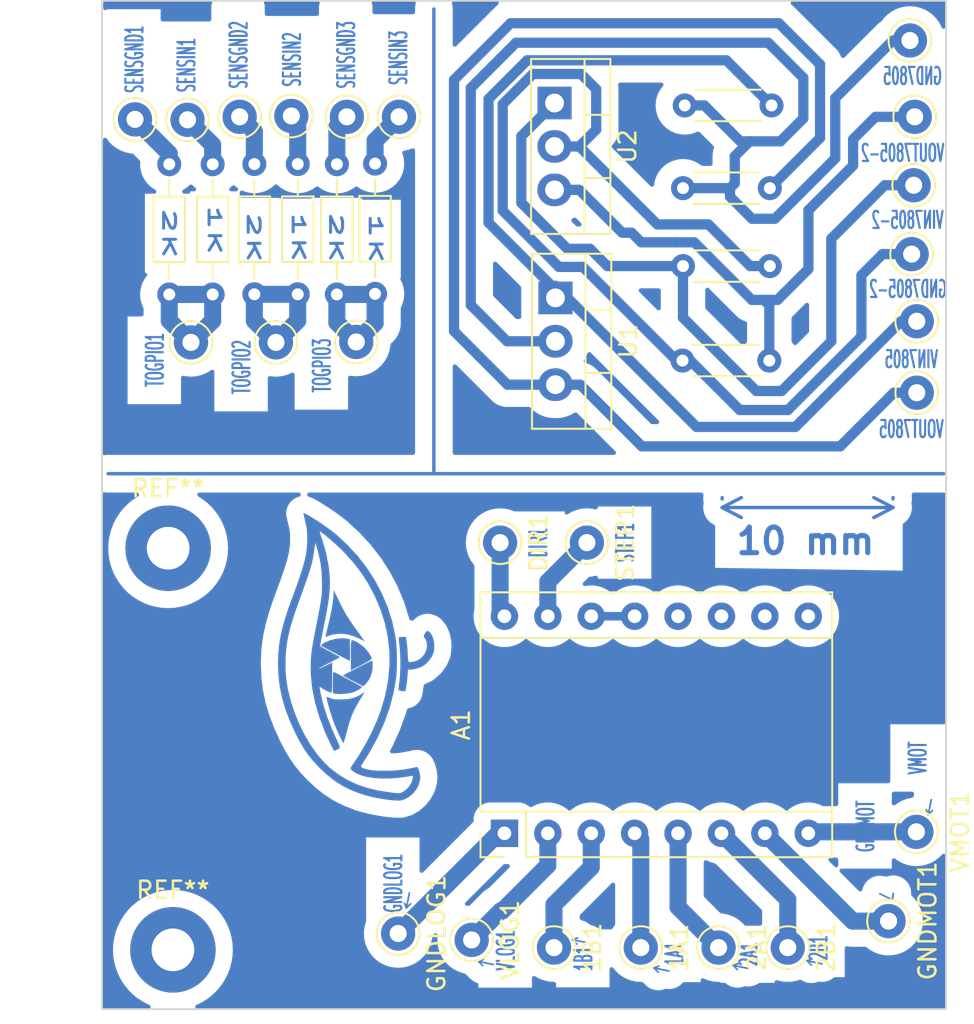
<source format=kicad_pcb>
(kicad_pcb (version 20221018) (generator pcbnew)
  (layers (0 "F.Cu" signal) (31 "B.Cu" signal) (34 "B.Paste" user) (35 "F.Paste" user) (36 "B.SilkS" user "B.Silkscreen") (37 "F.SilkS" user "F.Silkscreen") (38 "B.Mask" user) (39 "F.Mask" user) (44 "Edge.Cuts" user))
  (net 0 "")
  (net 1 "Net-(1A1-Pin_1)")
  (net 2 "Net-(1B1-Pin_1)")
  (net 3 "Net-(2A1-Pin_1)")
  (net 4 "Net-(2B1-Pin_1)")
  (net 5 "GNDLOG")
  (net 6 "VLOG")
  (net 7 "GNDMOT")
  (net 8 "VMOT")
  (net 13 "Net-(A1-~{RESET})")
  (net 14 "STEP")
  (net 15 "DIR")
  (net 16 "Net-(TOGPIO3-Pin_1)")
  (net 17 "Net-(SENSIN3-Pin_1)")
  (net 18 "Net-(SENSGND3-Pin_1)")
  (net 19 "Net-(TOGPIO1-Pin_1)")
  (net 20 "Net-(SENSIN1-Pin_1)")
  (net 21 "Net-(SENSGND1-Pin_1)")
  (net 22 "Net-(TOGPIO2-Pin_1)")
  (net 23 "Net-(SENSIN2-Pin_1)")
  (net 24 "Net-(SENSGND2-Pin_1)")
  (net 25 "Net-(U1-VI)")
  (net 26 "Net-(GND7805-Pin_1)")
  (net 27 "Net-(U1-VO)")
  (net 28 "Net-(U2-VI)")
  (net 29 "Net-(U2-VO)")
  (net 30 "Net-(GND7805-2-Pin_1)")
  (footprint "Resistor_THT:R_Axial_DIN0204_L3.6mm_D1.6mm_P7.62mm_Horizontal" (layer "F.Cu") (at 243.155 35.51 90)
    (fp_text reference "R5" hide)
    (fp_text value "R" hide)
  )
  (footprint "Connector_Pin:Pin_D1.0mm_L10.0mm" (layer "F.Cu") (at 241.88 38.325 -90)
    (fp_text reference "TOGPIO2")
    (fp_text value "Screw_Terminal_01x01" hide)
  )
  (footprint "Connector_Pin:Pin_D1.0mm_L10.0mm" (layer "F.Cu") (at 279.38 41.27 90)
    (fp_text reference "VOUT7805")
    (fp_text value "Screw_Terminal_01x01" hide)
  )
  (footprint "Connector_Pin:Pin_D1.0mm_L10.0mm" (layer "F.Cu") (at 258.15 73.74 90)
    (fp_text reference "1B1")
    (fp_text value "Screw_Terminal_01x01" hide)
  )
  (footprint "Connector_Pin:Pin_D1.0mm_L10.0mm" (layer "F.Cu") (at 279.26 25.125 90)
    (fp_text reference "VOUT7805-2")
    (fp_text value "Screw_Terminal_01x01" hide)
  )
  (footprint "Connector_Pin:Pin_D1.0mm_L10.0mm" (layer "F.Cu") (at 279.08 33.16 90)
    (fp_text reference "GND7805-2")
    (fp_text value "Screw_Terminal_01x01" hide)
  )
  (footprint "Resistor_THT:R_Axial_DIN0204_L3.6mm_D1.6mm_P7.62mm_Horizontal" (layer "F.Cu") (at 238.175 35.52 90)
    (fp_text reference "R3" hide)
    (fp_text value "R" hide)
  )
  (footprint "Resistor_THT:R_Axial_DIN0204_L3.6mm_D1.6mm_P7.62mm_Horizontal" (layer "F.Cu") (at 240.615 27.89 -90)
    (fp_text reference "R6" hide)
    (fp_text value "R" hide)
  )
  (footprint "MountingHole:MountingHole_2.5mm_Pad" (layer "F.Cu") (at 235.57 50.37)
    (fp_text reference "REF**")
    (fp_text value "MountingHole_2.5mm_Pad")
  )
  (footprint "Connector_Pin:Pin_D1.0mm_L10.0mm" (layer "F.Cu") (at 236.905 38.325 -90)
    (fp_text reference "TOGPIO1")
    (fp_text value "Screw_Terminal_01x01" hide)
  )
  (footprint "Connector_Pin:Pin_D1.0mm_L10.0mm" (layer "F.Cu") (at 263.23 73.74 90)
    (fp_text reference "1A1")
    (fp_text value "Screw_Terminal_01x01" hide)
  )
  (footprint "Connector_Pin:Pin_D1.0mm_L10.0mm" (layer "F.Cu") (at 267.78 73.74 90)
    (fp_text reference "2A1")
    (fp_text value "Screw_Terminal_01x01" hide)
  )
  (footprint "Resistor_THT:R_Axial_DIN0204_L3.6mm_D1.6mm_P5.08mm_Horizontal" (layer "F.Cu") (at 270.75 39.39 180)
    (fp_text reference "C4" hide)
    (fp_text value "C" hide)
  )
  (footprint "Connector_Pin:Pin_D1.0mm_L10.0mm" (layer "F.Cu") (at 253.33 73.29 90)
    (fp_text reference "VLOG1")
    (fp_text value "Screw_Terminal_01x01" hide)
  )
  (footprint "Resistor_THT:R_Axial_DIN0204_L3.6mm_D1.6mm_P5.08mm_Horizontal" (layer "F.Cu") (at 270.78 29.3 180)
    (fp_text reference "C2" hide)
    (fp_text value "C" hide)
  )
  (footprint "Connector_Pin:Pin_D1.0mm_L10.0mm" (layer "F.Cu") (at 260.076 50.042 90)
    (fp_text reference "STEP1")
    (fp_text value "Screw_Terminal_01x01" hide)
  )
  (footprint "Connector_Pin:Pin_D1.0mm_L10.0mm" (layer "F.Cu") (at 271.83 73.74 90)
    (fp_text reference "2B1")
    (fp_text value "Screw_Terminal_01x01" hide)
  )
  (footprint "Connector_Pin:Pin_D1.0mm_L10.0mm" (layer "F.Cu") (at 246.58 38.3 -90)
    (fp_text reference "TOGPIO3")
    (fp_text value "Screw_Terminal_01x01" hide)
  )
  (footprint "Connector_Pin:Pin_D1.0mm_L10.0mm" (layer "F.Cu") (at 277.73 72.19 180)
    (fp_text reference "GNDMOT1")
    (fp_text value "Screw_Terminal_01x01" hide)
  )
  (footprint "Resistor_THT:R_Axial_DIN0204_L3.6mm_D1.6mm_P7.62mm_Horizontal" (layer "F.Cu") (at 235.635 27.9 -90)
    (fp_text reference "R4" hide)
    (fp_text value "R" hide)
  )
  (footprint "MountingHole:MountingHole_2.5mm_Pad" (layer "F.Cu") (at 235.85 73.87)
    (fp_text reference "REF**")
    (fp_text value "MountingHole_2.5mm_Pad")
  )
  (footprint "Resistor_THT:R_Axial_DIN0204_L3.6mm_D1.6mm_P5.08mm_Horizontal" (layer "F.Cu") (at 265.7 33.86)
    (fp_text reference "C3" hide)
    (fp_text value "C" hide)
  )
  (footprint "Connector_Pin:Pin_D1.0mm_L10.0mm" (layer "F.Cu") (at 246.03 25.125 -90)
    (fp_text reference "SENSGND3")
    (fp_text value "Screw_Terminal_01x01" hide)
  )
  (footprint "Connector_Pin:Pin_D1.0mm_L10.0mm" (layer "F.Cu") (at 233.63 25.275 -90)
    (fp_text reference "SENSGND1")
    (fp_text value "Screw_Terminal_01x01" hide)
  )
  (footprint "Resistor_THT:R_Axial_DIN0204_L3.6mm_D1.6mm_P7.62mm_Horizontal" (layer "F.Cu") (at 245.445 27.9 -90)
    (fp_text reference "R2" hide)
    (fp_text value "R" hide)
  )
  (footprint "Connector_Pin:Pin_D1.0mm_L10.0mm" (layer "F.Cu") (at 279.2 29.13 90)
    (fp_text reference "VIN7805-2")
    (fp_text value "Screw_Terminal_01x01" hide)
  )
  (footprint "Connector_Pin:Pin_D1.0mm_L10.0mm" (layer "F.Cu") (at 239.755 25.125 -90)
    (fp_text reference "SENSGND2")
    (fp_text value "Screw_Terminal_01x01" hide)
  )
  (footprint "Connector_Pin:Pin_D1.0mm_L10.0mm" (layer "F.Cu") (at 249.08 25.125 -90)
    (fp_text reference "SENSIN3")
    (fp_text value "Screw_Terminal_01x01" hide)
  )
  (footprint "Package_TO_SOT_THT:TO-220-3_Vertical" (layer "F.Cu") (at 258.18 24.32 -90)
    (fp_text reference "U2")
    (fp_text value "LM7805_TO220")
  )
  (footprint "Connector_Pin:Pin_D1.0mm_L10.0mm" (layer "F.Cu") (at 236.705 25.3 -90)
    (fp_text reference "SENSIN1")
    (fp_text value "Screw_Terminal_01x01" hide)
  )
  (footprint "Connector_Pin:Pin_D1.0mm_L10.0mm" (layer "F.Cu") (at 279.355 66.965 180)
    (fp_text reference "VMOT1")
    (fp_text value "Screw_Terminal_01x01" hide)
  )
  (footprint "Resistor_THT:R_Axial_DIN0204_L3.6mm_D1.6mm_P5.08mm_Horizontal" (layer "F.Cu") (at 270.88 24.46 180)
    (fp_text reference "C1" hide)
    (fp_text value "C" hide)
  )
  (footprint "Connector_Pin:Pin_D1.0mm_L10.0mm" (layer "F.Cu") (at 249.03 72.915 90)
    (fp_text reference "GNDLOG1")
    (fp_text value "Screw_Terminal_01x01" hide)
  )
  (footprint "Connector_Pin:Pin_D1.0mm_L10.0mm" (layer "F.Cu") (at 279.38 37.09 90)
    (fp_text reference "VIN7805")
    (fp_text value "Screw_Terminal_01x01" hide)
  )
  (footprint "HORUSKICADhuellas:HORUSLOGO17POR9NOINV" (layer "F.Cu") (at 246.56 56.8 90)
    (fp_text reference "G***" hide)
    (fp_text value "LOGO" hide)
  )
  (footprint "Resistor_THT:R_Axial_DIN0204_L3.6mm_D1.6mm_P7.62mm_Horizontal" (layer "F.Cu") (at 247.68 35.485 90)
    (fp_text reference "R1" hide)
    (fp_text value "R" hide)
  )
  (footprint "Connector_Pin:Pin_D1.0mm_L10.0mm" (layer "F.Cu") (at 278.98 20.66 90)
    (fp_text reference "GND7805")
    (fp_text value "Screw_Terminal_01x01" hide)
  )
  (footprint "Connector_Pin:Pin_D1.0mm_L10.0mm" (layer "F.Cu") (at 254.996 50.042 90)
    (fp_text reference "DIR1")
    (fp_text value "Screw_Terminal_01x01" hide)
  )
  (footprint "Package_TO_SOT_THT:TO-220-3_Vertical" (layer "F.Cu") (at 258.235 35.72 -90)
    (fp_text reference "U1")
    (fp_text value "LM7805_TO220")
  )
  (footprint "Connector_Pin:Pin_D1.0mm_L10.0mm" (layer "F.Cu") (at 242.78 25.075 -90)
    (fp_text reference "SENSIN2")
    (fp_text value "Screw_Terminal_01x01" hide)
  )
  (footprint "Module:Pololu_Breakout-16_15.2x20.3mm" (layer "F.Cu") (at 255.25 67.05 90)
    (fp_text reference "A1")
    (fp_text value "Pololu_Breakout_A4988")
  )
  (gr_line (start 269.52 74.96) (end 268.64 74.78) (stroke (width 0.1)) (layer "B.Cu"))
  (gr_line (start 273.84 74.69) (end 272.96 74.51) (stroke (width 0.1)) (layer "B.Cu"))
  (gr_line (start 253.73 74.55) (end 253.98 74.8) (stroke (width 0.1)) (layer "B.Cu"))
  (gr_line (start 264 74.93) (end 264.29 74.82) (stroke (width 0.1)) (layer "B.Cu"))
  (gr_line (start 280.23 65.08) (end 280.05 65.96) (stroke (width 0.1)) (layer "B.Cu"))
  (gr_line (start 280.95 46.01) (end 232.05 46.01) (stroke (width 0.2)) (layer "B.Cu"))
  (gr_line (start 253.73 74.55) (end 254.02 74.44) (stroke (width 0.1)) (layer "B.Cu"))
  (gr_line (start 260.12 73.46) (end 259.24 73.28) (stroke (width 0.1)) (layer "B.Cu"))
  (gr_line (start 249.69 70.54) (end 249.51 71.42) (stroke (width 0.1)) (layer "B.Cu"))
  (gr_line (start 249.51 71.42) (end 249.76 71.17) (stroke (width 0.1)) (layer "B.Cu"))
  (gr_line (start 268.64 74.78) (end 268.93 74.67) (stroke (width 0.1)) (layer "B.Cu"))
  (gr_line (start 277.96 70.95) (end 277.5 70.95) (stroke (width 0.1)) (layer "B.Cu"))
  (gr_line (start 280.05 65.96) (end 279.94 65.67) (stroke (width 0.1)) (layer "B.Cu"))
  (gr_line (start 272.96 74.51) (end 273.25 74.4) (stroke (width 0.1)) (layer "B.Cu"))
  (gr_line (start 259.24 73.28) (end 259.49 73.53) (stroke (width 0.1)) (layer "B.Cu"))
  (gr_line (start 259.24 73.28) (end 259.53 73.17) (stroke (width 0.1)) (layer "B.Cu"))
  (gr_line (start 277.22 70.59) (end 277.96 70.95) (stroke (width 0.1)) (layer "B.Cu"))
  (gr_line (start 268.64 74.78) (end 268.89 75.03) (stroke (width 0.1)) (layer "B.Cu"))
  (gr_line (start 264.88 75.11) (end 264 74.93) (stroke (width 0.1)) (layer "B.Cu"))
  (gr_line (start 251.12 18.815) (end 251.12 45.865) (stroke (width 0.2)) (layer "B.Cu"))
  (gr_line (start 249.51 71.42) (end 249.4 71.13) (stroke (width 0.1)) (layer "B.Cu"))
  (gr_line (start 272.96 74.51) (end 273.21 74.76) (stroke (width 0.1)) (layer "B.Cu"))
  (gr_line (start 264 74.93) (end 264.25 75.18) (stroke (width 0.1)) (layer "B.Cu"))
  (gr_line (start 254.61 74.73) (end 253.73 74.55) (stroke (width 0.1)) (layer "B.Cu"))
  (gr_line (start 280.05 65.96) (end 280.3 65.71) (stroke (width 0.1)) (layer "B.Cu"))
  (gr_line (start 277.96 70.95) (end 278 70.57) (stroke (width 0.1)) (layer "B.Cu"))
  (gr_rect (start 231.7 18.34) (end 281.09 77.34) (stroke (width 0.1)) (fill none) (layer "Edge.Cuts"))
  (gr_text "1K" (at 237.87 30.18 270) (layer "B.Cu") (effects (font (size 0.7 1.5) (thickness 0.175) bold) (justify left bottom)))
  (gr_text "2K\n" (at 240.16 30.63 270) (layer "B.Cu") (effects (font (size 0.7 1.5) (thickness 0.175) bold) (justify left bottom)))
  (gr_text "1K" (at 242.79 30.6 270) (layer "B.Cu") (effects (font (size 0.7 1.5) (thickness 0.175) bold) (justify left bottom)))
  (gr_text "1K" (at 247.3 30.67 270) (layer "B.Cu") (effects (font (size 0.7 1.5) (thickness 0.175) bold) (justify left bottom)))
  (gr_text "VMOT" (at 280.03 63.68 90) (layer "B.Cu") (effects (font (size 1 0.5) (thickness 0.125)) (justify left bottom)))
  (gr_text "GNDMOT" (at 276.98 68.23 90) (layer "B.Cu") (effects (font (size 1 0.5) (thickness 0.125)) (justify left bottom)))
  (gr_text "2K\n" (at 244.98 30.63 270) (layer "B.Cu") (effects (font (size 0.7 1.5) (thickness 0.175) bold) (justify left bottom)))
  (gr_text "2K\n" (at 235.21 30.39 270) (layer "B.Cu") (effects (font (size 0.7 1.5) (thickness 0.175) bold) (justify left bottom)))
  (dimension (type aligned) (layer "B.Cu") (pts (xy 267.99 47.99) (xy 277.99 47.99)) (height 0) (gr_text "10 mm" (at 272.866 49.952) (layer "B.Cu") (effects (font (size 1.5 1.5) (thickness 0.3)))) (format (prefix "") (suffix "") (units 3) (units_format 1) (precision 4) (override_value "10")) (style (thickness 0.2) (arrow_length 1.27) (text_position_mode 2) (extension_height 0.58642) (extension_offset 0.5) keep_text_aligned))
  (segment (start 235.57 73.59) (end 235.85 73.87) (width 0.25) (layer "B.Cu") (net 0))
  (segment (start 263.23 67.41) (end 262.87 67.05) (width 1) (layer "B.Cu") (net 1))
  (segment (start 263.23 73.74) (end 263.23 67.41) (width 1) (layer "B.Cu") (net 1))
  (segment (start 258.15 73.74) (end 258.15 71.22) (width 1) (layer "B.Cu") (net 2))
  (segment (start 260.33 69.04) (end 260.33 67.05) (width 1) (layer "B.Cu") (net 2))
  (segment (start 258.15 71.22) (end 260.33 69.04) (width 1) (layer "B.Cu") (net 2))
  (segment (start 267.78 73.74) (end 265.41 71.37) (width 1) (layer "B.Cu") (net 3))
  (segment (start 265.41 71.37) (end 265.41 67.05) (width 1) (layer "B.Cu") (net 3))
  (segment (start 271.83 73.74) (end 271.83 70.93) (width 1) (layer "B.Cu") (net 4))
  (segment (start 271.83 70.93) (end 267.95 67.05) (width 1) (layer "B.Cu") (net 4))
  (segment (start 254.895 67.05) (end 249.03 72.915) (width 1) (layer "B.Cu") (net 5))
  (segment (start 255.25 67.05) (end 254.895 67.05) (width 1) (layer "B.Cu") (net 5))
  (segment (start 257.79 67.05) (end 257.79 68.93) (width 1) (layer "B.Cu") (net 6))
  (segment (start 257.79 68.93) (end 255.13 71.59) (width 1) (layer "B.Cu") (net 6))
  (segment (start 255.13 71.59) (end 255.03 71.59) (width 1) (layer "B.Cu") (net 6))
  (segment (start 255.03 71.59) (end 253.33 73.29) (width 1) (layer "B.Cu") (net 6))
  (segment (start 277.73 72.19) (end 275.63 72.19) (width 1) (layer "B.Cu") (net 7))
  (segment (start 275.63 72.19) (end 270.49 67.05) (width 1) (layer "B.Cu") (net 7))
  (segment (start 273.115 66.965) (end 273.03 67.05) (width 1) (layer "B.Cu") (net 8))
  (segment (start 279.355 66.965) (end 273.115 66.965) (width 1) (layer "B.Cu") (net 8))
  (segment (start 260.33 54.35) (end 262.87 54.35) (width 0.5) (layer "B.Cu") (net 13))
  (segment (start 260.076 50.042) (end 257.79 52.328) (width 1) (layer "B.Cu") (net 14))
  (segment (start 257.79 52.328) (end 257.79 54.35) (width 1) (layer "B.Cu") (net 14))
  (segment (start 254.996 50.042) (end 254.996 54.096) (width 1) (layer "B.Cu") (net 15))
  (segment (start 254.996 54.096) (end 255.25 54.35) (width 1) (layer "B.Cu") (net 15))
  (segment (start 247.68 37.2) (end 246.58 38.3) (width 1) (layer "B.Cu") (net 16))
  (segment (start 245.445 35.52) (end 247.645 35.52) (width 1) (layer "B.Cu") (net 16))
  (segment (start 247.68 35.485) (end 247.68 37.2) (width 1) (layer "B.Cu") (net 16))
  (segment (start 245.445 37.165) (end 246.58 38.3) (width 1) (layer "B.Cu") (net 16))
  (segment (start 245.445 35.52) (end 245.445 37.165) (width 1) (layer "B.Cu") (net 16))
  (segment (start 247.645 35.52) (end 247.68 35.485) (width 1) (layer "B.Cu") (net 16))
  (segment (start 247.68 27.865) (end 247.68 26.525) (width 1) (layer "B.Cu") (net 17))
  (segment (start 247.68 26.525) (end 249.08 25.125) (width 1) (layer "B.Cu") (net 17))
  (segment (start 245.445 25.71) (end 246.03 25.125) (width 1) (layer "B.Cu") (net 18))
  (segment (start 245.445 27.9) (end 245.445 25.71) (width 1) (layer "B.Cu") (net 18))
  (segment (start 238.175 35.52) (end 238.175 37.055) (width 1) (layer "B.Cu") (net 19))
  (segment (start 235.635 35.52) (end 235.635 37.055) (width 1) (layer "B.Cu") (net 19))
  (segment (start 235.635 35.52) (end 238.175 35.52) (width 1) (layer "B.Cu") (net 19))
  (segment (start 238.175 37.055) (end 236.905 38.325) (width 1) (layer "B.Cu") (net 19))
  (segment (start 235.635 37.055) (end 236.905 38.325) (width 1) (layer "B.Cu") (net 19))
  (segment (start 238.175 27.9) (end 238.175 26.77) (width 1) (layer "B.Cu") (net 20))
  (segment (start 238.175 26.77) (end 236.705 25.3) (width 1) (layer "B.Cu") (net 20))
  (segment (start 235.635 27.28) (end 235.635 27.9) (width 1) (layer "B.Cu") (net 21))
  (segment (start 233.63 25.275) (end 235.635 27.28) (width 1) (layer "B.Cu") (net 21))
  (segment (start 243.155 35.51) (end 243.155 37.05) (width 1) (layer "B.Cu") (net 22))
  (segment (start 240.615 35.51) (end 243.155 35.51) (width 1) (layer "B.Cu") (net 22))
  (segment (start 243.155 37.05) (end 241.88 38.325) (width 1) (layer "B.Cu") (net 22))
  (segment (start 240.615 37.06) (end 241.88 38.325) (width 1) (layer "B.Cu") (net 22))
  (segment (start 240.615 35.51) (end 240.615 37.06) (width 1) (layer "B.Cu") (net 22))
  (segment (start 243.155 27.89) (end 243.155 25.45) (width 1) (layer "B.Cu") (net 23))
  (segment (start 243.155 25.45) (end 242.78 25.075) (width 1) (layer "B.Cu") (net 23))
  (segment (start 240.615 27.89) (end 240.615 25.985) (width 1) (layer "B.Cu") (net 24))
  (segment (start 240.615 25.985) (end 239.755 25.125) (width 1) (layer "B.Cu") (net 24))
  (segment (start 268.24 21.82) (end 256.58005 21.82) (width 0.6) (layer "B.Cu") (net 25))
  (segment (start 254.32 24.08005) (end 254.32 31.32) (width 0.6) (layer "B.Cu") (net 25))
  (segment (start 266.4872 43.27) (end 272.28163 43.27) (width 0.6) (layer "B.Cu") (net 25))
  (segment (start 278.46163 37.09) (end 279.38 37.09) (width 0.6) (layer "B.Cu") (net 25))
  (segment (start 258.235 35.0178) (end 266.4872 43.27) (width 0.6) (layer "B.Cu") (net 25))
  (segment (start 254.32 31.32) (end 258.0178 35.0178) (width 0.6) (layer "B.Cu") (net 25))
  (segment (start 270.88 24.46) (end 268.24 21.82) (width 0.6) (layer "B.Cu") (net 25))
  (segment (start 258.235 35.72) (end 258.235 35.0178) (width 0.6) (layer "B.Cu") (net 25))
  (segment (start 272.28163 43.27) (end 278.46163 37.09) (width 0.6) (layer "B.Cu") (net 25))
  (segment (start 256.58005 21.82) (end 254.32 24.08005) (width 0.6) (layer "B.Cu") (net 25))
  (segment (start 258.0178 35.0178) (end 258.235 35.0178) (width 0.6) (layer "B.Cu") (net 25))
  (segment (start 268.45 29.3) (end 268.45 29.8) (width 0.6) (layer "B.Cu") (net 26))
  (segment (start 268.73 27.43) (end 268.73 29.02) (width 0.6) (layer "B.Cu") (net 26))
  (segment (start 272.74 22.84) (end 272.74 25.22) (width 0.6) (layer "B.Cu") (net 26))
  (segment (start 268.73 29.02) (end 268.45 29.3) (width 0.6) (layer "B.Cu") (net 26))
  (segment (start 274.61 27.56) (end 274.61 24.03) (width 0.6) (layer "B.Cu") (net 26))
  (segment (start 270.69 20.79) (end 272.74 22.84) (width 0.6) (layer "B.Cu") (net 26))
  (segment (start 253.28 36.14) (end 253.28 23.44) (width 0.6) (layer "B.Cu") (net 26))
  (segment (start 269.6 26.56) (end 268.73 27.43) (width 0.6) (layer "B.Cu") (net 26))
  (segment (start 272.74 25.22) (end 271.4 26.56) (width 0.6) (layer "B.Cu") (net 26))
  (segment (start 271.08 31.09) (end 274.61 27.56) (width 0.6) (layer "B.Cu") (net 26))
  (segment (start 269.0519 26.56) (end 269.6 26.56) (width 0.6) (layer "B.Cu") (net 26))
  (segment (start 268.45 29.8) (end 269.74 31.09) (width 0.6) (layer "B.Cu") (net 26))
  (segment (start 271.4 26.56) (end 269.6 26.56) (width 0.6) (layer "B.Cu") (net 26))
  (segment (start 266.9519 24.46) (end 269.0519 26.56) (width 0.6) (layer "B.Cu") (net 26))
  (segment (start 277.98 20.66) (end 278.98 20.66) (width 0.6) (layer "B.Cu") (net 26))
  (segment (start 255.93 20.79) (end 270.69 20.79) (width 0.6) (layer "B.Cu") (net 26))
  (segment (start 274.61 24.03) (end 277.98 20.66) (width 0.6) (layer "B.Cu") (net 26))
  (segment (start 255.4 38.26) (end 253.28 36.14) (width 0.6) (layer "B.Cu") (net 26))
  (segment (start 268.45 29.3) (end 265.7 29.3) (width 0.6) (layer "B.Cu") (net 26))
  (segment (start 269.74 31.09) (end 271.08 31.09) (width 0.6) (layer "B.Cu") (net 26))
  (segment (start 258.235 38.26) (end 255.4 38.26) (width 0.6) (layer "B.Cu") (net 26))
  (segment (start 265.8 24.46) (end 266.9519 24.46) (width 0.6) (layer "B.Cu") (net 26))
  (segment (start 253.28 23.44) (end 255.93 20.79) (width 0.6) (layer "B.Cu") (net 26))
  (segment (start 273.72 26.36) (end 273.72 22.06) (width 0.6) (layer "B.Cu") (net 27))
  (segment (start 252.3 37.67) (end 255.43 40.8) (width 0.6) (layer "B.Cu") (net 27))
  (segment (start 255.61 19.65) (end 252.3 22.96) (width 0.6) (layer "B.Cu") (net 27))
  (segment (start 252.3 22.96) (end 252.3 37.67) (width 0.6) (layer "B.Cu") (net 27))
  (segment (start 273.72 22.06) (end 271.31 19.65) (width 0.6) (layer "B.Cu") (net 27))
  (segment (start 271.31 19.65) (end 255.61 19.65) (width 0.6) (layer "B.Cu") (net 27))
  (segment (start 255.43 40.8) (end 258.235 40.8) (width 0.6) (layer "B.Cu") (net 27))
  (segment (start 258.235 40.8) (end 259.6869 40.8) (width 0.6) (layer "B.Cu") (net 27))
  (segment (start 278.038296 41.27) (end 279.38 41.27) (width 0.6) (layer "B.Cu") (net 27))
  (segment (start 274.898296 44.41) (end 278.038296 41.27) (width 0.6) (layer "B.Cu") (net 27))
  (segment (start 259.6869 40.8) (end 263.2969 44.41) (width 0.6) (layer "B.Cu") (net 27))
  (segment (start 270.78 29.3) (end 273.72 26.36) (width 0.6) (layer "B.Cu") (net 27))
  (segment (start 263.2969 44.41) (end 274.898296 44.41) (width 0.6) (layer "B.Cu") (net 27))
  (segment (start 269.99 41.17) (end 271.47 41.17) (width 0.6) (layer "B.Cu") (net 28))
  (segment (start 277.504011 29.13) (end 279.2 29.13) (width 0.6) (layer "B.Cu") (net 28))
  (segment (start 258.93 32.85) (end 256.24 30.16) (width 0.6) (layer "B.Cu") (net 28))
  (segment (start 274.3776 32.256411) (end 277.504011 29.13) (width 0.6) (layer "B.Cu") (net 28))
  (segment (start 265.7 33.86) (end 261.27 33.86) (width 0.6) (layer "B.Cu") (net 28))
  (segment (start 256.24 26.26) (end 258.18 24.32) (width 0.6) (layer "B.Cu") (net 28))
  (segment (start 261.27 33.86) (end 260.26 32.85) (width 0.6) (layer "B.Cu") (net 28))
  (segment (start 265.7 36.88) (end 269.99 41.17) (width 0.6) (layer "B.Cu") (net 28))
  (segment (start 256.24 30.16) (end 256.24 26.26) (width 0.6) (layer "B.Cu") (net 28))
  (segment (start 271.47 41.17) (end 274.3776 38.2624) (width 0.6) (layer "B.Cu") (net 28))
  (segment (start 274.3776 38.2624) (end 274.3776 32.256411) (width 0.6) (layer "B.Cu") (net 28))
  (segment (start 260.26 32.85) (end 258.93 32.85) (width 0.6) (layer "B.Cu") (net 28))
  (segment (start 265.7 33.86) (end 265.7 36.88) (width 0.6) (layer "B.Cu") (net 28))
  (segment (start 262.1402 31.9083) (end 259.6319 29.4) (width 0.6) (layer "B.Cu") (net 29))
  (segment (start 273.04 34.03) (end 273.04 30.589893) (width 0.6) (layer "B.Cu") (net 29))
  (segment (start 265.3029 32.4702) (end 265.3014 32.4687) (width 0.6) (layer "B.Cu") (net 29))
  (segment (start 259.6319 29.4) (end 258.18 29.4) (width 0.6) (layer "B.Cu") (net 29))
  (segment (start 275.654166 26.436511) (end 276.965677 25.125) (width 0.6) (layer "B.Cu") (net 29))
  (segment (start 265.3014 32.4687) (end 263.2552 32.4687) (width 0.6) (layer "B.Cu") (net 29))
  (segment (start 270.4351 35.8396) (end 270.75 36.1546) (width 0.6) (layer "B.Cu") (net 29))
  (segment (start 273.04 30.589893) (end 275.654166 27.975727) (width 0.6) (layer "B.Cu") (net 29))
  (segment (start 262.6948 31.9083) (end 262.1402 31.9083) (width 0.6) (layer "B.Cu") (net 29))
  (segment (start 266.3602 32.4702) (end 265.3029 32.4702) (width 0.6) (layer "B.Cu") (net 29))
  (segment (start 275.654166 27.975727) (end 275.654166 26.436511) (width 0.6) (layer "B.Cu") (net 29))
  (segment (start 271.2304 35.8396) (end 273.04 34.03) (width 0.6) (layer "B.Cu") (net 29))
  (segment (start 269.7296 35.8396) (end 266.3602 32.4702) (width 0.6) (layer "B.Cu") (net 29))
  (segment (start 263.2552 32.4687) (end 262.6948 31.9083) (width 0.6) (layer "B.Cu") (net 29))
  (segment (start 270.4351 35.8396) (end 271.2304 35.8396) (width 0.6) (layer "B.Cu") (net 29))
  (segment (start 276.965677 25.125) (end 279.26 25.125) (width 0.6) (layer "B.Cu") (net 29))
  (segment (start 270.75 36.1546) (end 270.75 39.39) (width 0.6) (layer "B.Cu") (net 29))
  (segment (start 270.4351 35.8396) (end 269.7296 35.8396) (width 0.6) (layer "B.Cu") (net 29))
  (segment (start 259.84 33.91) (end 265.32 39.39) (width 0.6) (layer "B.Cu") (net 30))
  (segment (start 270.78 33.86) (end 269.6281 33.86) (width 0.6) (layer "B.Cu") (net 30))
  (segment (start 255.15 30.62) (end 258.44 33.91) (width 0.6) (layer "B.Cu") (net 30))
  (segment (start 264.1934 31.4215) (end 259.6319 26.86) (width 0.6) (layer "B.Cu") (net 30))
  (segment (start 259.6319 26.86) (end 260.62 25.8719) (width 0.6) (layer "B.Cu") (net 30))
  (segment (start 267.1896 31.4215) (end 264.1934 31.4215) (width 0.6) (layer "B.Cu") (net 30))
  (segment (start 265.32 39.39) (end 265.67 39.39) (width 0.6) (layer "B.Cu") (net 30))
  (segment (start 269.6281 33.86) (end 267.1896 31.4215) (width 0.6) (layer "B.Cu") (net 30))
  (segment (start 276.140833 37.979167) (end 276.140833 34.396511) (width 0.6) (layer "B.Cu") (net 30))
  (segment (start 258.18 26.86) (end 259.6319 26.86) (width 0.6) (layer "B.Cu") (net 30))
  (segment (start 265.67 39.39) (end 266.13 39.39) (width 0.6) (layer "B.Cu") (net 30))
  (segment (start 276.140833 34.396511) (end 277.377344 33.16) (width 0.6) (layer "B.Cu") (net 30))
  (segment (start 259.73 22.62) (end 256.91142 22.62) (width 0.6) (layer "B.Cu") (net 30))
  (segment (start 271.84 42.28) (end 276.140833 37.979167) (width 0.6) (layer "B.Cu") (net 30))
  (segment (start 258.44 33.91) (end 259.84 33.91) (width 0.6) (layer "B.Cu") (net 30))
  (segment (start 256.91142 22.62) (end 255.15 24.38142) (width 0.6) (layer "B.Cu") (net 30))
  (segment (start 266.13 39.39) (end 269.02 42.28) (width 0.6) (layer "B.Cu") (net 30))
  (segment (start 277.377344 33.16) (end 279.08 33.16) (width 0.6) (layer "B.Cu") (net 30))
  (segment (start 255.15 24.38142) (end 255.15 30.62) (width 0.6) (layer "B.Cu") (net 30))
  (segment (start 269.02 42.28) (end 271.84 42.28) (width 0.6) (layer "B.Cu") (net 30))
  (segment (start 260.62 25.8719) (end 260.62 23.51) (width 0.6) (layer "B.Cu") (net 30))
  (segment (start 260.62 23.51) (end 259.73 22.62) (width 0.6) (layer "B.Cu") (net 30))
  (zone (net 0) (net_name "") (layer "B.Cu") (priority 2) (connect_pads (clearance 1)) (min_thickness 0.25) (fill yes (thermal_gap 1) (thermal_bridge_width 0.5) (island_removal_mode 1) (island_area_min 10))
    (polygon (pts (xy 281.08 77.33) (xy 281.08 46.01) (xy 231.7 45.99) (xy 231.71 77.33)))
  )
  (zone (net 0) (net_name "") (layer "B.Cu") (connect_pads (clearance 0)) (min_thickness 0.25)
    (keepout (tracks not_allowed) (vias not_allowed) (pads not_allowed) (copperpour not_allowed) (footprints allowed))
    (fill (thermal_gap 0.5) (thermal_bridge_width 0.5))
    (polygon (pts (xy 281.05 44.17) (xy 277.15 44.14) (xy 277.15 42.74) (xy 281 42.74) (xy 281.02 40.06) (xy 277.4 40.07) (xy 277.4 38.65) (xy 280.99 38.62) (xy 281.02 35.87) (xy 276.61 35.82) (xy 276.6 34.57) (xy 281 34.52) (xy 281 31.84) (xy 276.7 31.86) (xy 276.68 30.54) (xy 280.98 30.5) (xy 281.01 27.8) (xy 276.09 27.83) (xy 276.09 26.58) (xy 280.99 26.58) (xy 280.97 23.3) (xy 277.38 23.33) (xy 277.38 22.11) (xy 280.97 22.09)))
  )
  (zone (net 0) (net_name "") (layer "B.Cu") (connect_pads (clearance 0)) (min_thickness 0.25)
    (keepout (tracks not_allowed) (vias not_allowed) (pads not_allowed) (copperpour not_allowed) (footprints allowed))
    (fill (thermal_gap 1) (thermal_bridge_width 0.5) (island_removal_mode 1) (island_area_min 10))
    (polygon (pts (xy 278.55 51.68) (xy 278.55 47) (xy 267.58 47) (xy 267.58 51.52)))
  )
  (zone (net 0) (net_name "") (layer "B.Cu") (priority 1) (connect_pads (clearance 1)) (min_thickness 0.25) (fill yes (thermal_gap 1) (thermal_bridge_width 0.5) (island_removal_mode 1) (island_area_min 10))
    (polygon (pts (xy 251.26 18.35) (xy 231.77 18.33) (xy 231.7 45.99) (xy 251.3 46.02)))
  )
  (zone (net 0) (net_name "") (layer "B.Cu") (connect_pads (clearance 1)) (min_thickness 0.25) (fill yes (thermal_gap 1) (thermal_bridge_width 0.5) (island_removal_mode 1) (island_area_min 10))
    (polygon (pts (xy 281.07 18.35) (xy 251.26 18.35) (xy 251.29 45.88) (xy 281.08 46.01)))
  )
)
</source>
